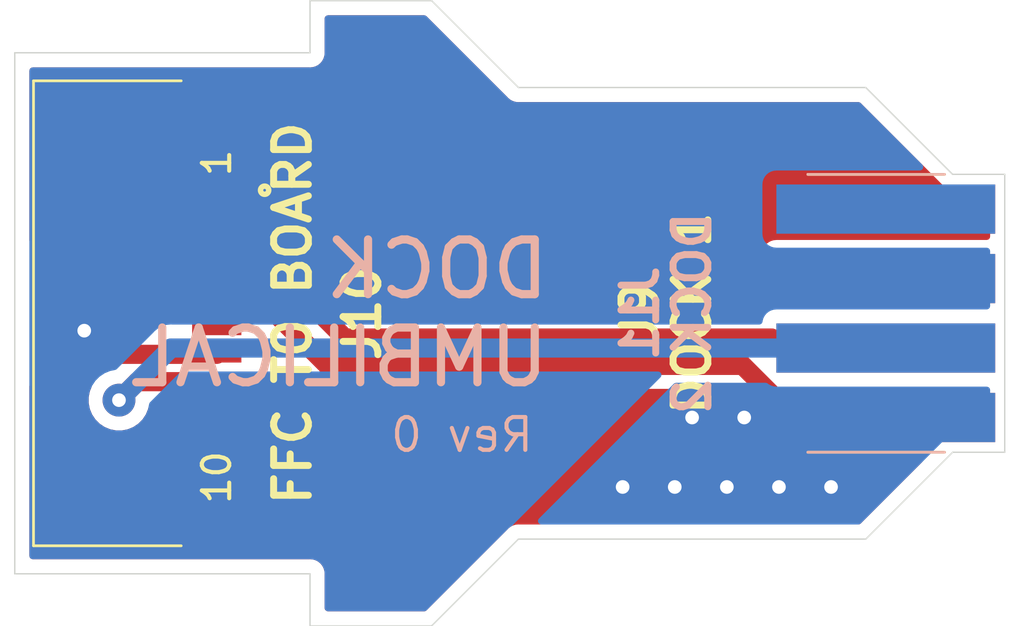
<source format=kicad_pcb>
(kicad_pcb (version 20171130) (host pcbnew "(5.1.9)-1")

  (general
    (thickness 1.6)
    (drawings 21)
    (tracks 30)
    (zones 0)
    (modules 3)
    (nets 8)
  )

  (page A4)
  (layers
    (0 F.Cu signal)
    (31 B.Cu signal)
    (32 B.Adhes user)
    (33 F.Adhes user)
    (34 B.Paste user)
    (35 F.Paste user)
    (36 B.SilkS user)
    (37 F.SilkS user)
    (38 B.Mask user)
    (39 F.Mask user)
    (40 Dwgs.User user)
    (41 Cmts.User user)
    (42 Eco1.User user)
    (43 Eco2.User user)
    (44 Edge.Cuts user)
    (45 Margin user)
    (46 B.CrtYd user)
    (47 F.CrtYd user)
    (48 B.Fab user hide)
    (49 F.Fab user)
  )

  (setup
    (last_trace_width 0.7)
    (user_trace_width 0.5)
    (user_trace_width 0.7)
    (user_trace_width 0.8)
    (user_trace_width 0.9)
    (user_trace_width 1)
    (user_trace_width 1.5)
    (user_trace_width 1.9)
    (user_trace_width 2)
    (user_trace_width 3)
    (user_trace_width 4)
    (trace_clearance 0.3)
    (zone_clearance 0.508)
    (zone_45_only no)
    (trace_min 0.2)
    (via_size 0.8)
    (via_drill 0.4)
    (via_min_size 0.4)
    (via_min_drill 0.3)
    (user_via 1.2 0.5)
    (user_via 3 1.5)
    (user_via 4 2)
    (uvia_size 0.3)
    (uvia_drill 0.1)
    (uvias_allowed no)
    (uvia_min_size 0.2)
    (uvia_min_drill 0.1)
    (edge_width 0.05)
    (segment_width 0.2)
    (pcb_text_width 0.3)
    (pcb_text_size 1.5 1.5)
    (mod_edge_width 0.12)
    (mod_text_size 1 1)
    (mod_text_width 0.15)
    (pad_size 1.524 1.524)
    (pad_drill 0.762)
    (pad_to_mask_clearance 0)
    (aux_axis_origin 0 0)
    (visible_elements 7FFFFFFF)
    (pcbplotparams
      (layerselection 0x010fc_ffffffff)
      (usegerberextensions false)
      (usegerberattributes true)
      (usegerberadvancedattributes true)
      (creategerberjobfile true)
      (excludeedgelayer true)
      (linewidth 0.100000)
      (plotframeref false)
      (viasonmask false)
      (mode 1)
      (useauxorigin false)
      (hpglpennumber 1)
      (hpglpenspeed 20)
      (hpglpendiameter 15.000000)
      (psnegative false)
      (psa4output false)
      (plotreference true)
      (plotvalue true)
      (plotinvisibletext false)
      (padsonsilk false)
      (subtractmaskfromsilk false)
      (outputformat 1)
      (mirror false)
      (drillshape 1)
      (scaleselection 1)
      (outputdirectory ""))
  )

  (net 0 "")
  (net 1 /AUX0_2)
  (net 2 /3V3_2)
  (net 3 /GND1_2)
  (net 4 /24V_2)
  (net 5 /HEATER_OUT_2)
  (net 6 /THERM_OUT_2)
  (net 7 /GND_2)

  (net_class Default "This is the default net class."
    (clearance 0.3)
    (trace_width 0.3)
    (via_dia 0.8)
    (via_drill 0.4)
    (uvia_dia 0.3)
    (uvia_drill 0.1)
    (add_net /24V_2)
    (add_net /3V3_2)
    (add_net /AUX0_2)
    (add_net /GND1_2)
    (add_net /GND_2)
    (add_net /HEATER_OUT_2)
    (add_net /THERM_OUT_2)
  )

  (module 0c-boards:ZF1-10-XX-ZZ-WT-TR (layer F.Cu) (tedit 6005BB57) (tstamp 600627BD)
    (at 119.145 111.125 270)
    (descr ZF1-10-XX-ZZ-WT-TR)
    (tags Connector)
    (path /6008D6D2)
    (attr smd)
    (fp_text reference J10 (at 0 -5.315 90) (layer F.SilkS)
      (effects (font (size 1.27 1.27) (thickness 0.254)))
    )
    (fp_text value "FFC TO BOARD" (at 0 -2.775 90) (layer F.SilkS)
      (effects (font (size 1.27 1.27) (thickness 0.254)))
    )
    (fp_text user 10 (at 6 0 90) (layer F.SilkS)
      (effects (font (size 1 1) (thickness 0.15)))
    )
    (fp_text user 1 (at -5.5 0 90) (layer F.SilkS)
      (effects (font (size 1 1) (thickness 0.15)))
    )
    (fp_text user %R (at 0 0 90) (layer F.Fab)
      (effects (font (size 1.27 1.27) (thickness 0.254)))
    )
    (fp_line (start -8.5 1.3) (end 8.5 1.3) (layer F.Fab) (width 0.2))
    (fp_line (start 8.5 1.3) (end 8.5 6.7) (layer F.Fab) (width 0.2))
    (fp_line (start 8.5 6.7) (end -8.5 6.7) (layer F.Fab) (width 0.2))
    (fp_line (start -8.5 6.7) (end -8.5 1.3) (layer F.Fab) (width 0.2))
    (fp_line (start 8.5 1.3) (end 8.5 6.7) (layer F.SilkS) (width 0.1))
    (fp_line (start 8.5 6.7) (end -8.5 6.7) (layer F.SilkS) (width 0.1))
    (fp_line (start -8.5 6.7) (end -8.5 1.3) (layer F.SilkS) (width 0.1))
    (fp_line (start -9.7 -2.85) (end 9.7 -2.85) (layer F.CrtYd) (width 0.05))
    (fp_line (start 9.7 -2.85) (end 9.7 7.9) (layer F.CrtYd) (width 0.05))
    (fp_line (start 9.7 7.9) (end -9.7 7.9) (layer F.CrtYd) (width 0.05))
    (fp_line (start -9.7 7.9) (end -9.7 -2.85) (layer F.CrtYd) (width 0.05))
    (fp_circle (center -4.5 -1.75) (end -4.5 -1.7) (layer F.SilkS) (width 0.2))
    (pad 12 smd rect (at 7.1 2.54 270) (size 2.2 2.5) (layers F.Cu F.Paste F.Mask))
    (pad 11 smd rect (at -7.1 2.54 270) (size 2.2 2.5) (layers F.Cu F.Paste F.Mask))
    (pad 10 smd rect (at 4.5 0 270) (size 0.6 1.8) (layers F.Cu F.Paste F.Mask)
      (net 5 /HEATER_OUT_2))
    (pad 9 smd rect (at 3.5 0 270) (size 0.6 1.8) (layers F.Cu F.Paste F.Mask)
      (net 5 /HEATER_OUT_2))
    (pad 8 smd rect (at 2.5 0 270) (size 0.6 1.8) (layers F.Cu F.Paste F.Mask)
      (net 6 /THERM_OUT_2))
    (pad 7 smd rect (at 1.5 0 270) (size 0.6 1.8) (layers F.Cu F.Paste F.Mask)
      (net 7 /GND_2))
    (pad 6 smd rect (at 0.5 0 270) (size 0.6 1.8) (layers F.Cu F.Paste F.Mask))
    (pad 5 smd rect (at -0.5 0 270) (size 0.6 1.8) (layers F.Cu F.Paste F.Mask)
      (net 1 /AUX0_2))
    (pad 4 smd rect (at -1.5 0 270) (size 0.6 1.8) (layers F.Cu F.Paste F.Mask)
      (net 2 /3V3_2))
    (pad 3 smd rect (at -2.5 0 270) (size 0.6 1.8) (layers F.Cu F.Paste F.Mask)
      (net 3 /GND1_2))
    (pad 2 smd rect (at -3.5 0 270) (size 0.6 1.8) (layers F.Cu F.Paste F.Mask)
      (net 4 /24V_2))
    (pad 1 smd rect (at -4.5 0 270) (size 0.6 1.8) (layers F.Cu F.Paste F.Mask)
      (net 4 /24V_2))
    (model "D:/Users/Dave/Documents/3D Printing/Cube Zero/Electronics/switcher/c-boards/c-boards.pretty/ZF1-10-01-T-WT-TR.stp"
      (offset (xyz 0 -6.7 1.5))
      (scale (xyz 1 1 1))
      (rotate (xyz -90 0 0))
    )
  )

  (module 0c-boards:8MM11000402131_handsolder (layer B.Cu) (tedit 6005B6F9) (tstamp 60063E7D)
    (at 144.145 111.125 90)
    (descr 8MM-11-0008-02-131-3)
    (tags Connector)
    (path /6008CF04)
    (attr smd)
    (fp_text reference J11 (at 0 -9.525 90) (layer B.SilkS)
      (effects (font (size 1.27 1.27) (thickness 0.254)) (justify mirror))
    )
    (fp_text value "DOCK 2" (at 0 -7.62 90) (layer B.SilkS)
      (effects (font (size 1.27 1.27) (thickness 0.254)) (justify mirror))
    )
    (fp_text user %R (at 5.08 -4.953 90) (layer B.Fab)
      (effects (font (size 1.27 1.27) (thickness 0.254)) (justify mirror))
    )
    (fp_line (start -5.08 1.611) (end 5.08 1.611) (layer B.Fab) (width 0.2))
    (fp_line (start 5.08 1.611) (end 5.08 -3.389) (layer B.Fab) (width 0.2))
    (fp_line (start -5.08 -3.389) (end -5.08 1.611) (layer B.Fab) (width 0.2))
    (fp_line (start -6.08 4.461) (end 6.096 4.4685) (layer B.CrtYd) (width 0.1))
    (fp_line (start 6.096 4.4685) (end 6.096 -4.3815) (layer B.CrtYd) (width 0.1))
    (fp_line (start 6.096 -4.3815) (end -6.08 -4.389) (layer B.CrtYd) (width 0.1))
    (fp_line (start -6.08 -4.389) (end -6.08 4.461) (layer B.CrtYd) (width 0.1))
    (fp_line (start -5.08 1.611) (end -5.08 -3.389) (layer B.SilkS) (width 0.1))
    (fp_line (start 5.08 -3.389) (end 5.08 1.611) (layer B.SilkS) (width 0.1))
    (pad 1 smd rect (at -3.81 -0.539 90) (size 1.8 8) (layers B.Cu B.Paste B.Mask)
      (net 5 /HEATER_OUT_2))
    (pad 2 smd rect (at -1.27 -0.539 90) (size 1.8 8) (layers B.Cu B.Paste B.Mask)
      (net 6 /THERM_OUT_2))
    (pad 3 smd rect (at 1.27 -0.539 90) (size 1.8 8) (layers B.Cu B.Paste B.Mask)
      (net 7 /GND_2))
    (pad 4 smd rect (at 3.81 -0.539 90) (size 1.8 8) (layers B.Cu B.Paste B.Mask))
    (model "D:/Users/Dave/Documents/3D Printing/Cube Zero/Electronics/switcher/c-boards/c-boards.pretty/8MM-11-004-02-131.step"
      (offset (xyz -3.82 -3.4 1.8))
      (scale (xyz 1 1 1))
      (rotate (xyz 0 0 0))
    )
  )

  (module 0c-boards:8MM11000402131_handsolder (layer F.Cu) (tedit 6005B6F9) (tstamp 600627A0)
    (at 144.145 111.125 270)
    (descr 8MM-11-0008-02-131-3)
    (tags Connector)
    (path /6008C108)
    (attr smd)
    (fp_text reference J9 (at 0 9.525 90) (layer F.SilkS)
      (effects (font (size 1.27 1.27) (thickness 0.254)))
    )
    (fp_text value "DOCK 1" (at 0 7.62 90) (layer F.SilkS)
      (effects (font (size 1.27 1.27) (thickness 0.254)))
    )
    (fp_text user %R (at 5.08 4.953 90) (layer F.Fab)
      (effects (font (size 1.27 1.27) (thickness 0.254)))
    )
    (fp_line (start -5.08 -1.611) (end 5.08 -1.611) (layer F.Fab) (width 0.2))
    (fp_line (start 5.08 -1.611) (end 5.08 3.389) (layer F.Fab) (width 0.2))
    (fp_line (start -5.08 3.389) (end -5.08 -1.611) (layer F.Fab) (width 0.2))
    (fp_line (start -6.08 -4.461) (end 6.096 -4.4685) (layer F.CrtYd) (width 0.1))
    (fp_line (start 6.096 -4.4685) (end 6.096 4.3815) (layer F.CrtYd) (width 0.1))
    (fp_line (start 6.096 4.3815) (end -6.08 4.389) (layer F.CrtYd) (width 0.1))
    (fp_line (start -6.08 4.389) (end -6.08 -4.461) (layer F.CrtYd) (width 0.1))
    (fp_line (start -5.08 -1.611) (end -5.08 3.389) (layer F.SilkS) (width 0.1))
    (fp_line (start 5.08 3.389) (end 5.08 -1.611) (layer F.SilkS) (width 0.1))
    (pad 1 smd rect (at -3.81 0.539 270) (size 1.8 8) (layers F.Cu F.Paste F.Mask)
      (net 4 /24V_2))
    (pad 2 smd rect (at -1.27 0.539 270) (size 1.8 8) (layers F.Cu F.Paste F.Mask)
      (net 3 /GND1_2))
    (pad 3 smd rect (at 1.27 0.539 270) (size 1.8 8) (layers F.Cu F.Paste F.Mask)
      (net 2 /3V3_2))
    (pad 4 smd rect (at 3.81 0.539 270) (size 1.8 8) (layers F.Cu F.Paste F.Mask)
      (net 1 /AUX0_2))
    (model "D:/Users/Dave/Documents/3D Printing/Cube Zero/Electronics/switcher/c-boards/c-boards.pretty/8MM-11-004-02-131.step"
      (offset (xyz -3.82 -3.4 1.8))
      (scale (xyz 1 1 1))
      (rotate (xyz 0 0 0))
    )
  )

  (gr_poly (pts (xy 119.9896 115.6208) (xy 118.3132 115.6208) (xy 118.3132 114.6556) (xy 119.9896 114.6556)) (layer F.Mask) (width 0.1) (tstamp 6006647D))
  (gr_poly (pts (xy 119.9896 107.5944) (xy 118.3132 107.5944) (xy 118.3132 106.6292) (xy 119.9896 106.6292)) (layer F.Mask) (width 0.1))
  (gr_text "Rev 0" (at 130.81 115.57) (layer B.SilkS)
    (effects (font (size 1.2 1.2) (thickness 0.15)) (justify left mirror))
  )
  (gr_text "DOCK\nUMBILICAL" (at 131.445 111.125) (layer B.SilkS) (tstamp 60065C57)
    (effects (font (size 2 2) (thickness 0.3)) (justify left mirror))
  )
  (gr_text "CUBE ZERO" (at 131.445 106.045) (layer B.Mask)
    (effects (font (size 2 2) (thickness 0.3)) (justify left mirror))
  )
  (gr_line (start 142.875 102.87) (end 130.175 102.87) (layer Edge.Cuts) (width 0.05) (tstamp 60063FAD))
  (gr_line (start 147.955 106.045) (end 146.05 106.045) (layer Edge.Cuts) (width 0.05) (tstamp 60063FAC))
  (gr_line (start 127 99.695) (end 130.175 102.87) (layer Edge.Cuts) (width 0.05) (tstamp 60063FAB))
  (gr_line (start 122.555 99.695) (end 127 99.695) (layer Edge.Cuts) (width 0.05) (tstamp 60063FAA))
  (gr_line (start 122.555 101.6) (end 122.555 99.695) (layer Edge.Cuts) (width 0.05) (tstamp 60063FA9))
  (gr_line (start 111.76 101.6) (end 122.555 101.6) (layer Edge.Cuts) (width 0.05) (tstamp 60063FA8))
  (gr_line (start 146.05 106.045) (end 142.875 102.87) (layer Edge.Cuts) (width 0.05) (tstamp 60063FA7))
  (gr_line (start 142.875 119.38) (end 130.175 119.38) (layer Edge.Cuts) (width 0.05))
  (gr_line (start 146.05 116.205) (end 142.875 119.38) (layer Edge.Cuts) (width 0.05))
  (gr_line (start 147.955 116.205) (end 146.05 116.205) (layer Edge.Cuts) (width 0.05))
  (gr_line (start 147.955 106.045) (end 147.955 116.205) (layer Edge.Cuts) (width 0.05))
  (gr_line (start 127 122.555) (end 130.175 119.38) (layer Edge.Cuts) (width 0.05))
  (gr_line (start 122.555 122.555) (end 127 122.555) (layer Edge.Cuts) (width 0.05))
  (gr_line (start 122.555 120.65) (end 122.555 122.555) (layer Edge.Cuts) (width 0.05))
  (gr_line (start 111.76 120.65) (end 122.555 120.65) (layer Edge.Cuts) (width 0.05))
  (gr_line (start 111.76 101.6) (end 111.76 120.65) (layer Edge.Cuts) (width 0.05))

  (segment (start 120.785 110.625) (end 119.145 110.625) (width 0.7) (layer F.Cu) (net 1))
  (segment (start 123.19 113.03) (end 120.785 110.625) (width 0.7) (layer F.Cu) (net 1))
  (segment (start 144.356 114.935) (end 140.915002 114.935) (width 0.7) (layer F.Cu) (net 1))
  (segment (start 140.280002 114.935) (end 143.606 114.935) (width 0.7) (layer F.Cu) (net 1))
  (segment (start 138.375002 113.03) (end 140.280002 114.935) (width 0.7) (layer F.Cu) (net 1))
  (segment (start 123.19 113.03) (end 138.375002 113.03) (width 0.7) (layer F.Cu) (net 1))
  (segment (start 139.789229 112.395) (end 139.424219 112.02999) (width 0.7) (layer F.Cu) (net 2))
  (segment (start 144.356 112.395) (end 139.789229 112.395) (width 0.7) (layer F.Cu) (net 2))
  (segment (start 139.424219 112.02999) (end 123.825 112.02999) (width 0.7) (layer F.Cu) (net 2))
  (segment (start 119.14501 109.62499) (end 119.145 109.625) (width 0.7) (layer F.Cu) (net 2))
  (segment (start 121.42 109.62499) (end 119.14501 109.62499) (width 0.7) (layer F.Cu) (net 2))
  (segment (start 123.825 112.02999) (end 121.42 109.62499) (width 0.7) (layer F.Cu) (net 2))
  (segment (start 121.834217 108.62498) (end 119.145 108.62498) (width 0.7) (layer F.Cu) (net 3))
  (segment (start 123.064236 109.855) (end 121.834217 108.62498) (width 0.7) (layer F.Cu) (net 3))
  (segment (start 144.356 109.855) (end 123.064236 109.855) (width 0.7) (layer F.Cu) (net 3))
  (via (at 133.985 117.475) (size 1.2) (drill 0.5) (layers F.Cu B.Cu) (net 5))
  (via (at 137.795 117.475) (size 1.2) (drill 0.5) (layers F.Cu B.Cu) (net 5))
  (via (at 141.605 117.475) (size 1.2) (drill 0.5) (layers F.Cu B.Cu) (net 5))
  (via (at 136.525 114.935) (size 1.2) (drill 0.5) (layers F.Cu B.Cu) (net 5))
  (via (at 138.43 114.935) (size 1.2) (drill 0.5) (layers F.Cu B.Cu) (net 5) (tstamp 600658C0))
  (via (at 135.89 117.475) (size 1.2) (drill 0.5) (layers F.Cu B.Cu) (net 5))
  (via (at 139.7 117.475) (size 1.2) (drill 0.5) (layers F.Cu B.Cu) (net 5))
  (via (at 115.57 114.3) (size 1.2) (drill 0.5) (layers F.Cu B.Cu) (net 6))
  (segment (start 116.245 113.625) (end 115.57 114.3) (width 0.7) (layer F.Cu) (net 6))
  (segment (start 119.145 113.625) (end 116.245 113.625) (width 0.7) (layer F.Cu) (net 6))
  (segment (start 117.475 112.395) (end 144.356 112.395) (width 0.7) (layer B.Cu) (net 6))
  (segment (start 115.57 114.3) (end 117.475 112.395) (width 0.7) (layer B.Cu) (net 6))
  (via (at 114.3 111.76) (size 1.2) (drill 0.5) (layers F.Cu B.Cu) (net 7))
  (segment (start 115.165 112.625) (end 114.3 111.76) (width 0.7) (layer F.Cu) (net 7))
  (segment (start 119.145 112.625) (end 115.165 112.625) (width 0.7) (layer F.Cu) (net 7))

  (zone (net 4) (net_name /24V_2) (layer F.Cu) (tstamp 0) (hatch edge 0.508)
    (connect_pads thru_hole_only (clearance 0.508))
    (min_thickness 0.254)
    (fill yes (arc_segments 32) (thermal_gap 0.508) (thermal_bridge_width 0.508))
    (polygon
      (pts
        (xy 130.175 102.87) (xy 142.875 102.87) (xy 146.05 106.045) (xy 147.955 106.045) (xy 147.955 108.585)
        (xy 111.76 108.585) (xy 111.76 101.6) (xy 122.555 101.6) (xy 122.555 99.695) (xy 127 99.695)
      )
    )
    (filled_polygon
      (pts
        (xy 129.685388 103.313769) (xy 129.706052 103.338948) (xy 129.731231 103.359612) (xy 129.731233 103.359614) (xy 129.806549 103.421425)
        (xy 129.921207 103.48271) (xy 130.045617 103.52045) (xy 130.142581 103.53) (xy 130.14259 103.53) (xy 130.174999 103.533192)
        (xy 130.207408 103.53) (xy 142.60162 103.53) (xy 145.560388 106.488769) (xy 145.581052 106.513948) (xy 145.606231 106.534612)
        (xy 145.606233 106.534614) (xy 145.681549 106.596425) (xy 145.796207 106.65771) (xy 145.920617 106.69545) (xy 146.017581 106.705)
        (xy 146.01759 106.705) (xy 146.049999 106.708192) (xy 146.082408 106.705) (xy 147.295 106.705) (xy 147.295 108.316928)
        (xy 139.606 108.316928) (xy 139.481518 108.329188) (xy 139.36182 108.365498) (xy 139.251506 108.424463) (xy 139.210641 108.458)
        (xy 123.060236 108.458) (xy 122.564937 107.962701) (xy 122.534087 107.92511) (xy 122.384101 107.80202) (xy 122.212984 107.710556)
        (xy 122.027311 107.654233) (xy 121.882597 107.63998) (xy 121.834217 107.635215) (xy 121.785837 107.63998) (xy 119.09662 107.63998)
        (xy 118.951906 107.654233) (xy 118.844124 107.686928) (xy 118.245 107.686928) (xy 118.120518 107.699188) (xy 118.00082 107.735498)
        (xy 117.890506 107.794463) (xy 117.793815 107.873815) (xy 117.714463 107.970506) (xy 117.655498 108.08082) (xy 117.619188 108.200518)
        (xy 117.606928 108.325) (xy 117.606928 108.458) (xy 112.42 108.458) (xy 112.42 102.925) (xy 114.716928 102.925)
        (xy 114.716928 105.125) (xy 114.729188 105.249482) (xy 114.765498 105.36918) (xy 114.824463 105.479494) (xy 114.903815 105.576185)
        (xy 115.000506 105.655537) (xy 115.11082 105.714502) (xy 115.230518 105.750812) (xy 115.355 105.763072) (xy 117.855 105.763072)
        (xy 117.979482 105.750812) (xy 118.09918 105.714502) (xy 118.209494 105.655537) (xy 118.306185 105.576185) (xy 118.385537 105.479494)
        (xy 118.444502 105.36918) (xy 118.480812 105.249482) (xy 118.493072 105.125) (xy 118.493072 102.925) (xy 118.480812 102.800518)
        (xy 118.444502 102.68082) (xy 118.385537 102.570506) (xy 118.306185 102.473815) (xy 118.209494 102.394463) (xy 118.09918 102.335498)
        (xy 117.979482 102.299188) (xy 117.855 102.286928) (xy 115.355 102.286928) (xy 115.230518 102.299188) (xy 115.11082 102.335498)
        (xy 115.000506 102.394463) (xy 114.903815 102.473815) (xy 114.824463 102.570506) (xy 114.765498 102.68082) (xy 114.729188 102.800518)
        (xy 114.716928 102.925) (xy 112.42 102.925) (xy 112.42 102.26) (xy 122.522581 102.26) (xy 122.555 102.263193)
        (xy 122.587419 102.26) (xy 122.684383 102.25045) (xy 122.808793 102.21271) (xy 122.92345 102.151425) (xy 123.023948 102.068948)
        (xy 123.106425 101.96845) (xy 123.16771 101.853793) (xy 123.20545 101.729383) (xy 123.218193 101.6) (xy 123.215 101.567581)
        (xy 123.215 100.355) (xy 126.72662 100.355)
      )
    )
  )
  (zone (net 5) (net_name /HEATER_OUT_2) (layer F.Cu) (tstamp 0) (hatch edge 0.508)
    (connect_pads thru_hole_only (clearance 0.508))
    (min_thickness 0.254)
    (fill yes (arc_segments 32) (thermal_gap 0.508) (thermal_bridge_width 0.508))
    (polygon
      (pts
        (xy 147.955 116.205) (xy 146.05 116.205) (xy 142.875 119.38) (xy 130.175 119.38) (xy 127 122.555)
        (xy 122.555 122.555) (xy 122.555 120.65) (xy 111.76 120.65) (xy 111.76 113.665) (xy 147.955 113.665)
      )
    )
    (filled_polygon
      (pts
        (xy 114.38246 113.939764) (xy 114.335 114.178363) (xy 114.335 114.421637) (xy 114.38246 114.660236) (xy 114.475557 114.884992)
        (xy 114.610713 115.087267) (xy 114.782733 115.259287) (xy 114.985008 115.394443) (xy 115.209764 115.48754) (xy 115.448363 115.535)
        (xy 115.691637 115.535) (xy 115.930236 115.48754) (xy 116.154992 115.394443) (xy 116.357267 115.259287) (xy 116.529287 115.087267)
        (xy 116.664443 114.884992) (xy 116.75754 114.660236) (xy 116.767533 114.61) (xy 119.19338 114.61) (xy 119.338094 114.595747)
        (xy 119.44581 114.563072) (xy 120.045 114.563072) (xy 120.169482 114.550812) (xy 120.28918 114.514502) (xy 120.399494 114.455537)
        (xy 120.496185 114.376185) (xy 120.575537 114.279494) (xy 120.634502 114.16918) (xy 120.670812 114.049482) (xy 120.683072 113.925)
        (xy 120.683072 113.792) (xy 122.565836 113.792) (xy 122.640116 113.85296) (xy 122.811233 113.944424) (xy 122.996906 114.000747)
        (xy 123.19 114.019765) (xy 123.23838 114.015) (xy 137.967002 114.015) (xy 138.967928 115.015927) (xy 138.967928 115.835)
        (xy 138.980188 115.959482) (xy 139.016498 116.07918) (xy 139.075463 116.189494) (xy 139.154815 116.286185) (xy 139.251506 116.365537)
        (xy 139.36182 116.424502) (xy 139.481518 116.460812) (xy 139.606 116.473072) (xy 144.848547 116.473072) (xy 142.60162 118.72)
        (xy 130.207408 118.72) (xy 130.174999 118.716808) (xy 130.14259 118.72) (xy 130.142581 118.72) (xy 130.045617 118.72955)
        (xy 129.921207 118.76729) (xy 129.806549 118.828575) (xy 129.731233 118.890386) (xy 129.706052 118.911052) (xy 129.685388 118.936231)
        (xy 126.72662 121.895) (xy 123.215 121.895) (xy 123.215 120.682419) (xy 123.218193 120.65) (xy 123.20545 120.520617)
        (xy 123.16771 120.396207) (xy 123.106425 120.28155) (xy 123.023948 120.181052) (xy 122.92345 120.098575) (xy 122.808793 120.03729)
        (xy 122.684383 119.99955) (xy 122.587419 119.99) (xy 122.555 119.986807) (xy 122.522581 119.99) (xy 112.42 119.99)
        (xy 112.42 117.125) (xy 114.716928 117.125) (xy 114.716928 119.325) (xy 114.729188 119.449482) (xy 114.765498 119.56918)
        (xy 114.824463 119.679494) (xy 114.903815 119.776185) (xy 115.000506 119.855537) (xy 115.11082 119.914502) (xy 115.230518 119.950812)
        (xy 115.355 119.963072) (xy 117.855 119.963072) (xy 117.979482 119.950812) (xy 118.09918 119.914502) (xy 118.209494 119.855537)
        (xy 118.306185 119.776185) (xy 118.385537 119.679494) (xy 118.444502 119.56918) (xy 118.480812 119.449482) (xy 118.493072 119.325)
        (xy 118.493072 117.125) (xy 118.480812 117.000518) (xy 118.444502 116.88082) (xy 118.385537 116.770506) (xy 118.306185 116.673815)
        (xy 118.209494 116.594463) (xy 118.09918 116.535498) (xy 117.979482 116.499188) (xy 117.855 116.486928) (xy 115.355 116.486928)
        (xy 115.230518 116.499188) (xy 115.11082 116.535498) (xy 115.000506 116.594463) (xy 114.903815 116.673815) (xy 114.824463 116.770506)
        (xy 114.765498 116.88082) (xy 114.729188 117.000518) (xy 114.716928 117.125) (xy 112.42 117.125) (xy 112.42 113.792)
        (xy 114.443666 113.792)
      )
    )
  )
  (zone (net 5) (net_name /HEATER_OUT_2) (layer B.Cu) (tstamp 0) (hatch edge 0.508)
    (priority 1)
    (connect_pads thru_hole_only (clearance 0.508))
    (min_thickness 0.254)
    (fill yes (arc_segments 32) (thermal_gap 0.508) (thermal_bridge_width 0.508))
    (polygon
      (pts
        (xy 147.955 116.205) (xy 146.05 116.205) (xy 142.875 119.38) (xy 130.175 119.38) (xy 135.89 113.665)
        (xy 147.955 113.665)
      )
    )
    (filled_polygon
      (pts
        (xy 139.251506 113.825537) (xy 139.36182 113.884502) (xy 139.481518 113.920812) (xy 139.606 113.933072) (xy 147.295001 113.933072)
        (xy 147.295001 115.545) (xy 146.082408 115.545) (xy 146.049999 115.541808) (xy 146.01759 115.545) (xy 146.017581 115.545)
        (xy 145.920617 115.55455) (xy 145.796207 115.59229) (xy 145.681549 115.653575) (xy 145.606233 115.715386) (xy 145.581052 115.736052)
        (xy 145.560388 115.761231) (xy 142.60162 118.72) (xy 131.014606 118.72) (xy 135.942606 113.792) (xy 139.210641 113.792)
      )
    )
  )
  (zone (net 7) (net_name /GND_2) (layer B.Cu) (tstamp 0) (hatch edge 0.508)
    (connect_pads thru_hole_only (clearance 0.508))
    (min_thickness 0.254)
    (fill yes (arc_segments 32) (thermal_gap 0.508) (thermal_bridge_width 0.508))
    (polygon
      (pts
        (xy 130.175 102.87) (xy 142.875 102.87) (xy 146.05 106.045) (xy 147.955 106.045) (xy 147.955 116.205)
        (xy 146.05 116.205) (xy 142.875 119.38) (xy 130.175 119.38) (xy 127 122.555) (xy 122.555 122.555)
        (xy 122.555 120.65) (xy 111.76 120.65) (xy 111.76 101.6) (xy 122.555 101.6) (xy 122.555 99.695)
        (xy 127 99.695)
      )
    )
    (filled_polygon
      (pts
        (xy 129.685388 103.313769) (xy 129.706052 103.338948) (xy 129.731231 103.359612) (xy 129.731233 103.359614) (xy 129.806549 103.421425)
        (xy 129.921207 103.48271) (xy 130.045617 103.52045) (xy 130.142581 103.53) (xy 130.14259 103.53) (xy 130.174999 103.533192)
        (xy 130.207408 103.53) (xy 142.60162 103.53) (xy 144.848547 105.776928) (xy 139.606 105.776928) (xy 139.481518 105.789188)
        (xy 139.36182 105.825498) (xy 139.251506 105.884463) (xy 139.154815 105.963815) (xy 139.075463 106.060506) (xy 139.016498 106.17082)
        (xy 138.980188 106.290518) (xy 138.967928 106.415) (xy 138.967928 108.215) (xy 138.980188 108.339482) (xy 139.016498 108.45918)
        (xy 139.075463 108.569494) (xy 139.154815 108.666185) (xy 139.251506 108.745537) (xy 139.36182 108.804502) (xy 139.481518 108.840812)
        (xy 139.606 108.853072) (xy 147.295 108.853072) (xy 147.295 110.856928) (xy 139.606 110.856928) (xy 139.481518 110.869188)
        (xy 139.36182 110.905498) (xy 139.251506 110.964463) (xy 139.154815 111.043815) (xy 139.075463 111.140506) (xy 139.016498 111.25082)
        (xy 138.980188 111.370518) (xy 138.976299 111.41) (xy 117.52338 111.41) (xy 117.475 111.405235) (xy 117.42662 111.41)
        (xy 117.281906 111.424253) (xy 117.096233 111.480576) (xy 116.925116 111.57204) (xy 116.77513 111.69513) (xy 116.744289 111.73271)
        (xy 115.402971 113.074029) (xy 115.209764 113.11246) (xy 114.985008 113.205557) (xy 114.782733 113.340713) (xy 114.610713 113.512733)
        (xy 114.475557 113.715008) (xy 114.38246 113.939764) (xy 114.335 114.178363) (xy 114.335 114.421637) (xy 114.38246 114.660236)
        (xy 114.475557 114.884992) (xy 114.610713 115.087267) (xy 114.782733 115.259287) (xy 114.985008 115.394443) (xy 115.209764 115.48754)
        (xy 115.448363 115.535) (xy 115.691637 115.535) (xy 115.930236 115.48754) (xy 116.154992 115.394443) (xy 116.357267 115.259287)
        (xy 116.529287 115.087267) (xy 116.664443 114.884992) (xy 116.75754 114.660236) (xy 116.795971 114.467029) (xy 117.883001 113.38)
        (xy 135.276974 113.38) (xy 129.853488 118.803486) (xy 129.806549 118.828575) (xy 129.731233 118.890386) (xy 129.706052 118.911052)
        (xy 129.685388 118.936231) (xy 126.72662 121.895) (xy 123.215 121.895) (xy 123.215 120.682419) (xy 123.218193 120.65)
        (xy 123.20545 120.520617) (xy 123.16771 120.396207) (xy 123.106425 120.28155) (xy 123.023948 120.181052) (xy 122.92345 120.098575)
        (xy 122.808793 120.03729) (xy 122.684383 119.99955) (xy 122.587419 119.99) (xy 122.555 119.986807) (xy 122.522581 119.99)
        (xy 112.42 119.99) (xy 112.42 102.26) (xy 122.522581 102.26) (xy 122.555 102.263193) (xy 122.587419 102.26)
        (xy 122.684383 102.25045) (xy 122.808793 102.21271) (xy 122.92345 102.151425) (xy 123.023948 102.068948) (xy 123.106425 101.96845)
        (xy 123.16771 101.853793) (xy 123.20545 101.729383) (xy 123.218193 101.6) (xy 123.215 101.567581) (xy 123.215 100.355)
        (xy 126.72662 100.355)
      )
    )
  )
)

</source>
